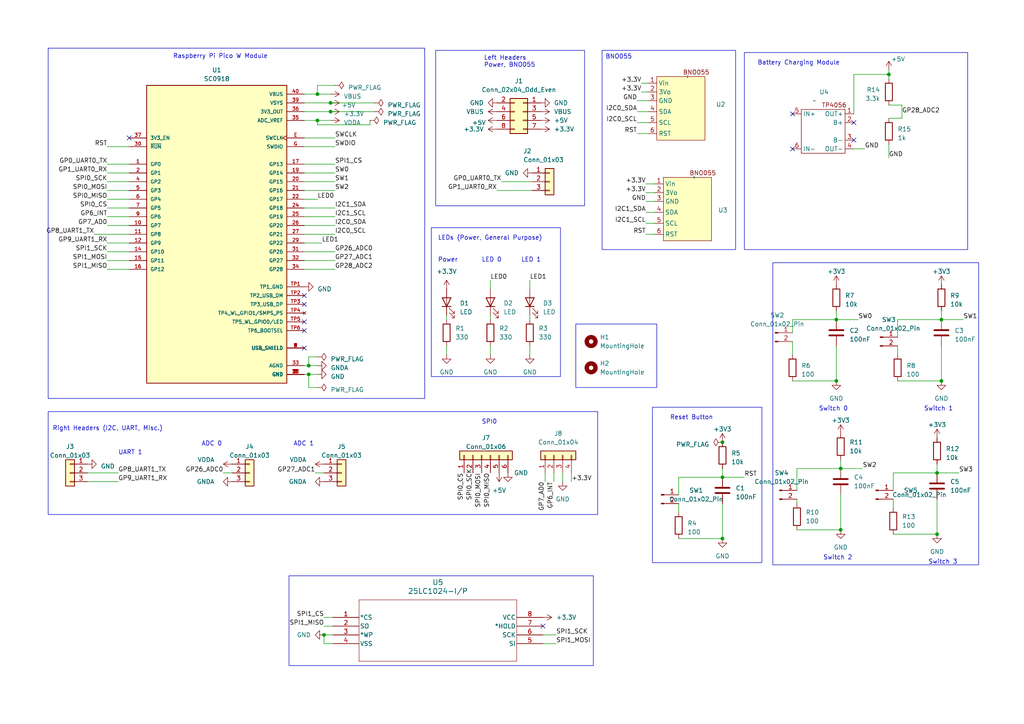
<source format=kicad_sch>
(kicad_sch (version 20230121) (generator eeschema)
  (paper "A4")
  (lib_symbols
    (symbol "2024-02-21_05-54-04:25LC1024-I_P" (pin_names (offset 0.254))
      (property "Reference" "U" (at 30.48 10.16 0))
      (property "Value" "25LC1024-I/P" (at 30.48 7.62 0))
      (symbol "25LC1024-I_P_1_1"
        (polyline (pts (xy 7.62 -12.7) (xy 53.34 -12.7)) (stroke (width 0.127)))
        (polyline (pts (xy 7.62 5.08) (xy 7.62 -12.7)) (stroke (width 0.127)))
        (polyline (pts (xy 53.34 -12.7) (xy 53.34 5.08)) (stroke (width 0.127)))
        (polyline (pts (xy 53.34 5.08) (xy 7.62 5.08)) (stroke (width 0.127)))
        (pin unspecified line (at 0 0 0) (length 7.62) (name "*CS") (number "1"))
        (pin unspecified line (at 0 -2.54 0) (length 7.62) (name "SO") (number "2"))
        (pin unspecified line (at 0 -5.08 0) (length 7.62) (name "*WP") (number "3"))
        (pin unspecified line (at 0 -7.62 0) (length 7.62) (name "VSS") (number "4"))
        (pin unspecified line (at 60.96 -7.62 180) (length 7.62) (name "SI") (number "5"))
        (pin unspecified line (at 60.96 -5.08 180) (length 7.62) (name "SCK") (number "6"))
        (pin unspecified line (at 60.96 -2.54 180) (length 7.62) (name "*HOLD") (number "7"))
        (pin unspecified line (at 60.96 0 180) (length 7.62) (name "VCC") (number "8"))
      )
    )
    (symbol "Adafruit BNO055-eagle-import:BNO055_Breakout"
      (property "Reference" "U1" (at -24.765 4.445 0))
      (symbol "BNO055_Breakout_1_1"
        (rectangle (start -31.115 1.905) (end -17.145 -16.51) (fill (type background)))
        (text "BNO055" (at -19.685 3.175 0) (effects (font (size 1.27 1.27))))
        (pin power_in line (at -33.655 0 0) (length 2.54) (name "Vin") (number "1"))
        (pin power_in line (at -33.655 -2.54 0) (length 2.54) (name "3Vo") (number "2"))
        (pin power_in line (at -33.655 -5.08 0) (length 2.54) (name "GND") (number "3"))
        (pin bidirectional line (at -33.655 -8.255 0) (length 2.54) (name "SDA") (number "4"))
        (pin bidirectional line (at -33.655 -11.43 0) (length 2.54) (name "SCL") (number "5"))
        (pin input line (at -33.655 -14.605 0) (length 2.54) (name "RST") (number "6"))
      )
    )
    (symbol "Connector:Conn_01x02_Pin" (pin_names (offset 1.016) hide)
      (property "Reference" "J" (at 0 2.54 0))
      (property "Value" "Conn_01x02_Pin" (at 0 -5.08 0))
      (symbol "Conn_01x02_Pin_1_1"
        (polyline (pts (xy 1.27 -2.54) (xy 0.8636 -2.54)) (stroke (width 0.1524)))
        (polyline (pts (xy 1.27 0) (xy 0.8636 0)) (stroke (width 0.1524)))
        (rectangle (start 0.8636 -2.413) (end 0 -2.667) (stroke (width 0.1524)) (fill (type outline)))
        (rectangle (start 0.8636 0.127) (end 0 -0.127) (stroke (width 0.1524)) (fill (type outline)))
        (pin passive line (at 5.08 0 180) (length 3.81) (name "Pin_1") (number "1"))
        (pin passive line (at 5.08 -2.54 180) (length 3.81) (name "Pin_2") (number "2"))
      )
    )
    (symbol "Connector_Generic:Conn_01x03" (pin_names (offset 1.016) hide)
      (property "Reference" "J" (at 0 5.08 0))
      (property "Value" "Conn_01x03" (at 0 -5.08 0))
      (symbol "Conn_01x03_1_1"
        (rectangle (start -1.27 -2.413) (end 0 -2.667) (stroke (width 0.1524)))
        (rectangle (start -1.27 0.127) (end 0 -0.127) (stroke (width 0.1524)))
        (rectangle (start -1.27 2.667) (end 0 2.413) (stroke (width 0.1524)))
        (rectangle (start -1.27 3.81) (end 1.27 -3.81) (stroke (width 0.254)) (fill (type background)))
        (pin passive line (at -5.08 2.54 0) (length 3.81) (name "Pin_1") (number "1"))
        (pin passive line (at -5.08 0 0) (length 3.81) (name "Pin_2") (number "2"))
        (pin passive line (at -5.08 -2.54 0) (length 3.81) (name "Pin_3") (number "3"))
      )
    )
    (symbol "Connector_Generic:Conn_01x04" (pin_names (offset 1.016) hide)
      (property "Reference" "J" (at 0 5.08 0))
      (property "Value" "Conn_01x04" (at 0 -7.62 0))
      (symbol "Conn_01x04_1_1"
        (rectangle (start -1.27 -4.953) (end 0 -5.207) (stroke (width 0.1524)))
        (rectangle (start -1.27 -2.413) (end 0 -2.667) (stroke (width 0.1524)))
        (rectangle (start -1.27 0.127) (end 0 -0.127) (stroke (width 0.1524)))
        (rectangle (start -1.27 2.667) (end 0 2.413) (stroke (width 0.1524)))
        (rectangle (start -1.27 3.81) (end 1.27 -6.35) (stroke (width 0.254)) (fill (type background)))
        (pin passive line (at -5.08 2.54 0) (length 3.81) (name "Pin_1") (number "1"))
        (pin passive line (at -5.08 0 0) (length 3.81) (name "Pin_2") (number "2"))
        (pin passive line (at -5.08 -2.54 0) (length 3.81) (name "Pin_3") (number "3"))
        (pin passive line (at -5.08 -5.08 0) (length 3.81) (name "Pin_4") (number "4"))
      )
    )
    (symbol "Connector_Generic:Conn_01x06" (pin_names (offset 1.016) hide)
      (property "Reference" "J" (at 0 7.62 0))
      (property "Value" "Conn_01x06" (at 0 -10.16 0))
      (symbol "Conn_01x06_1_1"
        (rectangle (start -1.27 -7.493) (end 0 -7.747) (stroke (width 0.1524)))
        (rectangle (start -1.27 -4.953) (end 0 -5.207) (stroke (width 0.1524)))
        (rectangle (start -1.27 -2.413) (end 0 -2.667) (stroke (width 0.1524)))
        (rectangle (start -1.27 0.127) (end 0 -0.127) (stroke (width 0.1524)))
        (rectangle (start -1.27 2.667) (end 0 2.413) (stroke (width 0.1524)))
        (rectangle (start -1.27 5.207) (end 0 4.953) (stroke (width 0.1524)))
        (rectangle (start -1.27 6.35) (end 1.27 -8.89) (stroke (width 0.254)) (fill (type background)))
        (pin passive line (at -5.08 5.08 0) (length 3.81) (name "Pin_1") (number "1"))
        (pin passive line (at -5.08 2.54 0) (length 3.81) (name "Pin_2") (number "2"))
        (pin passive line (at -5.08 0 0) (length 3.81) (name "Pin_3") (number "3"))
        (pin passive line (at -5.08 -2.54 0) (length 3.81) (name "Pin_4") (number "4"))
        (pin passive line (at -5.08 -5.08 0) (length 3.81) (name "Pin_5") (number "5"))
        (pin passive line (at -5.08 -7.62 0) (length 3.81) (name "Pin_6") (number "6"))
      )
    )
    (symbol "Connector_Generic:Conn_02x04_Odd_Even" (pin_names (offset 1.016) hide)
      (property "Reference" "J" (at 1.27 5.08 0))
      (property "Value" "Conn_02x04_Odd_Even" (at 1.27 -7.62 0))
      (symbol "Conn_02x04_Odd_Even_1_1"
        (rectangle (start -1.27 -4.953) (end 0 -5.207) (stroke (width 0.1524)))
        (rectangle (start -1.27 -2.413) (end 0 -2.667) (stroke (width 0.1524)))
        (rectangle (start -1.27 0.127) (end 0 -0.127) (stroke (width 0.1524)))
        (rectangle (start -1.27 2.667) (end 0 2.413) (stroke (width 0.1524)))
        (rectangle (start -1.27 3.81) (end 3.81 -6.35) (stroke (width 0.254)) (fill (type background)))
        (rectangle (start 3.81 -4.953) (end 2.54 -5.207) (stroke (width 0.1524)))
        (rectangle (start 3.81 -2.413) (end 2.54 -2.667) (stroke (width 0.1524)))
        (rectangle (start 3.81 0.127) (end 2.54 -0.127) (stroke (width 0.1524)))
        (rectangle (start 3.81 2.667) (end 2.54 2.413) (stroke (width 0.1524)))
        (pin passive line (at -5.08 2.54 0) (length 3.81) (name "Pin_1") (number "1"))
        (pin passive line (at 7.62 2.54 180) (length 3.81) (name "Pin_2") (number "2"))
        (pin passive line (at -5.08 0 0) (length 3.81) (name "Pin_3") (number "3"))
        (pin passive line (at 7.62 0 180) (length 3.81) (name "Pin_4") (number "4"))
        (pin passive line (at -5.08 -2.54 0) (length 3.81) (name "Pin_5") (number "5"))
        (pin passive line (at 7.62 -2.54 180) (length 3.81) (name "Pin_6") (number "6"))
        (pin passive line (at -5.08 -5.08 0) (length 3.81) (name "Pin_7") (number "7"))
        (pin passive line (at 7.62 -5.08 180) (length 3.81) (name "Pin_8") (number "8"))
      )
    )
    (symbol "Device:C" (pin_numbers hide) (pin_names (offset 0.254))
      (property "Reference" "C" (at 0.635 2.54 0))
      (property "Value" "C" (at 0.635 -2.54 0))
      (symbol "C_0_1"
        (polyline (pts (xy -2.032 -0.762) (xy 2.032 -0.762)) (stroke (width 0.508)))
        (polyline (pts (xy -2.032 0.762) (xy 2.032 0.762)) (stroke (width 0.508)))
      )
      (symbol "C_1_1"
        (pin passive line (at 0 3.81 270) (length 2.794) (name "~") (number "1"))
        (pin passive line (at 0 -3.81 90) (length 2.794) (name "~") (number "2"))
      )
    )
    (symbol "Device:LED" (pin_numbers hide) (pin_names (offset 1.016) hide)
      (property "Reference" "D" (at 0 2.54 0))
      (property "Value" "LED" (at 0 -2.54 0))
      (symbol "LED_0_1"
        (polyline (pts (xy -1.27 -1.27) (xy -1.27 1.27)) (stroke (width 0.254)))
        (polyline (pts (xy -1.27 0) (xy 1.27 0)))
        (polyline (pts (xy 1.27 -1.27) (xy 1.27 1.27) (xy -1.27 0) (xy 1.27 -1.27)) (stroke (width 0.254)))
        (polyline (pts (xy -3.048 -0.762) (xy -4.572 -2.286) (xy -3.81 -2.286) (xy -4.572 -2.286) (xy -4.572 -1.524)))
        (polyline (pts (xy -1.778 -0.762) (xy -3.302 -2.286) (xy -2.54 -2.286) (xy -3.302 -2.286) (xy -3.302 -1.524)))
      )
      (symbol "LED_1_1"
        (pin passive line (at -3.81 0 0) (length 2.54) (name "K") (number "1"))
        (pin passive line (at 3.81 0 180) (length 2.54) (name "A") (number "2"))
      )
    )
    (symbol "Device:R" (pin_numbers hide) (pin_names (offset 0))
      (property "Reference" "R" (at 2.032 0 90))
      (property "Value" "R" (at 0 0 90))
      (symbol "R_0_1"
        (rectangle (start -1.016 -2.54) (end 1.016 2.54) (stroke (width 0.254)))
      )
      (symbol "R_1_1"
        (pin passive line (at 0 3.81 270) (length 1.27) (name "~") (number "1"))
        (pin passive line (at 0 -3.81 90) (length 1.27) (name "~") (number "2"))
      )
    )
    (symbol "Mechanical:MountingHole" (pin_names (offset 1.016))
      (property "Reference" "H" (at 0 5.08 0))
      (property "Value" "MountingHole" (at 0 3.175 0))
      (symbol "MountingHole_0_1"
        (circle (center 0 0) (radius 1.27) (stroke (width 1.27)))
      )
    )
    (symbol "SC0918:SC0918" (pin_names (offset 1.016))
      (property "Reference" "U" (at -20.32 43.942 0))
      (property "Value" "SC0918" (at -20.32 -45.72 0))
      (symbol "SC0918_0_0"
        (rectangle (start -20.32 -43.18) (end 20.32 43.18) (stroke (width 0.254)) (fill (type background)))
        (pin bidirectional line (at -25.4 20.32 0) (length 5.08) (name "GP0") (number "1"))
        (pin bidirectional line (at -25.4 2.54 0) (length 5.08) (name "GP7") (number "10"))
        (pin bidirectional line (at -25.4 0 0) (length 5.08) (name "GP8") (number "11"))
        (pin bidirectional line (at -25.4 -2.54 0) (length 5.08) (name "GP9") (number "12"))
        (pin power_in line (at 25.4 -40.64 180) (length 5.08) (name "GND") (number "13"))
        (pin bidirectional line (at -25.4 -5.08 0) (length 5.08) (name "GP10") (number "14"))
        (pin bidirectional line (at -25.4 -7.62 0) (length 5.08) (name "GP11") (number "15"))
        (pin bidirectional line (at -25.4 -10.16 0) (length 5.08) (name "GP12") (number "16"))
        (pin bidirectional line (at 25.4 20.32 180) (length 5.08) (name "GP13") (number "17"))
        (pin power_in line (at 25.4 -40.64 180) (length 5.08) (name "GND") (number "18"))
        (pin bidirectional line (at 25.4 17.78 180) (length 5.08) (name "GP14") (number "19"))
        (pin bidirectional line (at -25.4 17.78 0) (length 5.08) (name "GP1") (number "2"))
        (pin bidirectional line (at 25.4 15.24 180) (length 5.08) (name "GP15") (number "20"))
        (pin bidirectional line (at 25.4 12.7 180) (length 5.08) (name "GP16") (number "21"))
        (pin bidirectional line (at 25.4 10.16 180) (length 5.08) (name "GP17") (number "22"))
        (pin power_in line (at 25.4 -40.64 180) (length 5.08) (name "GND") (number "23"))
        (pin bidirectional line (at 25.4 7.62 180) (length 5.08) (name "GP18") (number "24"))
        (pin bidirectional line (at 25.4 5.08 180) (length 5.08) (name "GP19") (number "25"))
        (pin bidirectional line (at 25.4 2.54 180) (length 5.08) (name "GP20") (number "26"))
        (pin bidirectional line (at 25.4 0 180) (length 5.08) (name "GP21") (number "27"))
        (pin power_in line (at 25.4 -40.64 180) (length 5.08) (name "GND") (number "28"))
        (pin bidirectional line (at 25.4 -2.54 180) (length 5.08) (name "GP22") (number "29"))
        (pin power_in line (at 25.4 -40.64 180) (length 5.08) (name "GND") (number "3"))
        (pin input line (at -25.4 25.4 0) (length 5.08) (name "~{RUN}") (number "30"))
        (pin bidirectional line (at 25.4 -5.08 180) (length 5.08) (name "GP26") (number "31"))
        (pin bidirectional line (at 25.4 -7.62 180) (length 5.08) (name "GP27") (number "32"))
        (pin power_in line (at 25.4 -38.1 180) (length 5.08) (name "AGND") (number "33"))
        (pin bidirectional line (at 25.4 -10.16 180) (length 5.08) (name "GP28") (number "34"))
        (pin power_in line (at 25.4 33.02 180) (length 5.08) (name "ADC_VREF") (number "35"))
        (pin power_in line (at 25.4 35.56 180) (length 5.08) (name "3V3_OUT") (number "36"))
        (pin input line (at -25.4 27.94 0) (length 5.08) (name "3V3_EN") (number "37"))
        (pin power_in line (at 25.4 -40.64 180) (length 5.08) (name "GND") (number "38"))
        (pin power_in line (at 25.4 38.1 180) (length 5.08) (name "VSYS") (number "39"))
        (pin bidirectional line (at -25.4 15.24 0) (length 5.08) (name "GP2") (number "4"))
        (pin power_in line (at 25.4 40.64 180) (length 5.08) (name "VBUS") (number "40"))
        (pin bidirectional line (at -25.4 12.7 0) (length 5.08) (name "GP3") (number "5"))
        (pin bidirectional line (at -25.4 10.16 0) (length 5.08) (name "GP4") (number "6"))
        (pin bidirectional line (at -25.4 7.62 0) (length 5.08) (name "GP5") (number "7"))
        (pin power_in line (at 25.4 -40.64 180) (length 5.08) (name "GND") (number "8"))
        (pin bidirectional line (at -25.4 5.08 0) (length 5.08) (name "GP6") (number "9"))
        (pin power_in line (at 25.4 -33.02 180) (length 5.08) (name "USB_SHIELD") (number "A"))
        (pin power_in line (at 25.4 -33.02 180) (length 5.08) (name "USB_SHIELD") (number "B"))
        (pin power_in line (at 25.4 -33.02 180) (length 5.08) (name "USB_SHIELD") (number "C"))
        (pin power_in line (at 25.4 -33.02 180) (length 5.08) (name "USB_SHIELD") (number "D"))
        (pin input clock (at 25.4 27.94 180) (length 5.08) (name "SWCLK") (number "E"))
        (pin power_in line (at 25.4 -40.64 180) (length 5.08) (name "GND") (number "F"))
        (pin bidirectional line (at 25.4 25.4 180) (length 5.08) (name "SWDIO") (number "G"))
        (pin power_in line (at 25.4 -15.24 180) (length 5.08) (name "TP1_GND") (number "TP1"))
        (pin bidirectional line (at 25.4 -17.78 180) (length 5.08) (name "TP2_USB_DM") (number "TP2"))
        (pin bidirectional line (at 25.4 -20.32 180) (length 5.08) (name "TP3_USB_DP") (number "TP3"))
        (pin no_connect line (at 25.4 -22.86 180) (length 5.08) (name "TP4_WL_GPIO1/SMPS_PS") (number "TP4"))
        (pin output line (at 25.4 -25.4 180) (length 5.08) (name "TP5_WL_GPIO0/LED") (number "TP5"))
        (pin input line (at 25.4 -27.94 180) (length 5.08) (name "TP6_BOOTSEL") (number "TP6"))
      )
    )
    (symbol "TP4056:TP4056"
      (property "Reference" "U" (at 0 0 0))
      (symbol "TP4056_0_1"
        (rectangle (start -3.81 -2.54) (end 8.89 -15.24))
      )
      (symbol "TP4056_1_1"
        (text "TP4056" (at 5.715 -1.27 0) (effects (font (size 1.27 1.27))))
        (pin power_in line (at 11.43 -3.81 180) (length 2.54) (name "OUT+") (number "1"))
        (pin power_in line (at 11.43 -6.35 180) (length 2.54) (name "B+") (number "2"))
        (pin power_out line (at 11.43 -11.43 180) (length 2.54) (name "B-") (number "3"))
        (pin power_in line (at 11.43 -13.97 180) (length 2.54) (name "OUT-") (number "4"))
        (pin input line (at -6.35 -3.81 0) (length 2.54) (name "IN+") (number "5"))
        (pin input line (at -6.35 -13.97 0) (length 2.54) (name "IN-") (number "6"))
      )
    )
    (symbol "power:+3.3V" (power) (pin_names (offset 0))
      (property "Value" "+3.3V" (at 0 3.556 0))
      (symbol "+3.3V_0_1"
        (polyline (pts (xy -0.762 1.27) (xy 0 2.54)))
        (polyline (pts (xy 0 0) (xy 0 2.54)))
        (polyline (pts (xy 0 2.54) (xy 0.762 1.27)))
      )
      (symbol "+3.3V_1_1"
        (pin power_in line (at 0 0 90) (length 0) hide (name "+3.3V") (number "1"))
      )
    )
    (symbol "power:+3V3" (power) (pin_names (offset 0))
      (property "Value" "+3V3" (at 0 3.556 0))
      (symbol "+3V3_0_1"
        (polyline (pts (xy -0.762 1.27) (xy 0 2.54)))
        (polyline (pts (xy 0 0) (xy 0 2.54)))
        (polyline (pts (xy 0 2.54) (xy 0.762 1.27)))
      )
      (symbol "+3V3_1_1"
        (pin power_in line (at 0 0 90) (length 0) hide (name "+3V3") (number "1"))
      )
    )
    (symbol "power:+5V" (power) (pin_names (offset 0))
      (property "Value" "+5V" (at 0 3.556 0))
      (symbol "+5V_0_1"
        (polyline (pts (xy -0.762 1.27) (xy 0 2.54)))
        (polyline (pts (xy 0 0) (xy 0 2.54)))
        (polyline (pts (xy 0 2.54) (xy 0.762 1.27)))
      )
      (symbol "+5V_1_1"
        (pin power_in line (at 0 0 90) (length 0) hide (name "+5V") (number "1"))
      )
    )
    (symbol "power:GND" (power) (pin_names (offset 0))
      (property "Value" "GND" (at 0 -3.81 0))
      (symbol "GND_0_1"
        (polyline (pts (xy 0 0) (xy 0 -1.27) (xy 1.27 -1.27) (xy 0 -2.54) (xy -1.27 -1.27) (xy 0 -1.27)))
      )
      (symbol "GND_1_1"
        (pin power_in line (at 0 0 270) (length 0) hide (name "GND") (number "1"))
      )
    )
    (symbol "power:GNDA" (power) (pin_names (offset 0))
      (property "Value" "GNDA" (at 0 -3.81 0))
      (symbol "GNDA_0_1"
        (polyline (pts (xy 0 0) (xy 0 -1.27) (xy 1.27 -1.27) (xy 0 -2.54) (xy -1.27 -1.27) (xy 0 -1.27)))
      )
      (symbol "GNDA_1_1"
        (pin power_in line (at 0 0 270) (length 0) hide (name "GNDA") (number "1"))
      )
    )
    (symbol "power:PWR_FLAG" (power) (pin_numbers hide) (pin_names (offset 0) hide)
      (property "Value" "PWR_FLAG" (at 0 3.81 0))
      (symbol "PWR_FLAG_0_0"
        (pin power_out line (at 0 0 90) (length 0) (name "pwr") (number "1"))
      )
      (symbol "PWR_FLAG_0_1"
        (polyline (pts (xy 0 0) (xy 0 1.27) (xy -1.016 1.905) (xy 0 2.54) (xy 1.016 1.905) (xy 0 1.27)))
      )
    )
    (symbol "power:VBUS" (power) (pin_names (offset 0))
      (property "Value" "VBUS" (at 0 3.81 0))
      (symbol "VBUS_0_1"
        (polyline (pts (xy -0.762 1.27) (xy 0 2.54)))
        (polyline (pts (xy 0 0) (xy 0 2.54)))
        (polyline (pts (xy 0 2.54) (xy 0.762 1.27)))
      )
      (symbol "VBUS_1_1"
        (pin power_in line (at 0 0 90) (length 0) hide (name "VBUS") (number "1"))
      )
    )
    (symbol "power:VDDA" (power) (pin_names (offset 0))
      (property "Value" "VDDA" (at 0 3.81 0))
      (symbol "VDDA_0_1"
        (polyline (pts (xy -0.762 1.27) (xy 0 2.54)))
        (polyline (pts (xy 0 0) (xy 0 2.54)))
        (polyline (pts (xy 0 2.54) (xy 0.762 1.27)))
      )
      (symbol "VDDA_1_1"
        (pin power_in line (at 0 0 90) (length 0) hide (name "VDDA") (number "1"))
      )
    )
  )
  (junction (at 95.885 32.385))
  (junction (at 92.075 34.925))
  (junction (at 95.885 29.845))
  (junction (at 209.55 128.27))
  (junction (at 273.05 92.71))
  (junction (at 242.57 92.71))
  (junction (at 92.075 27.305))
  (junction (at 89.535 106.045))
  (junction (at 209.55 156.21))
  (junction (at 243.84 153.67))
  (junction (at 271.78 137.16))
  (junction (at 242.57 110.49))
  (junction (at 89.535 108.585))
  (junction (at 243.84 135.89))
  (junction (at 209.55 138.43))
  (junction (at 93.98 184.15))
  (junction (at 271.78 154.94))
  (junction (at 273.05 110.49))
  (junction (at 257.81 21.59))
  (no_connect (at 157.48 181.61))
  (no_connect (at 247.65 40.64))
  (no_connect (at 229.87 33.02))
  (no_connect (at 88.265 85.725))
  (no_connect (at 247.65 35.56))
  (no_connect (at 88.265 93.345))
  (no_connect (at 88.265 100.965))
  (no_connect (at 88.265 95.885))
  (no_connect (at 229.87 43.18))
  (no_connect (at 88.265 88.265))
  (no_connect (at 37.465 40.005))
  (wire (pts (xy 187.325 61.595) (xy 189.865 61.595)))
  (wire (pts (xy 273.05 92.71) (xy 279.4 92.71)))
  (wire (pts (xy 31.115 70.485) (xy 37.465 70.485)))
  (wire (pts (xy 88.265 57.785) (xy 92.075 57.785)))
  (wire (pts (xy 261.62 30.48) (xy 261.62 34.29)))
  (wire (pts (xy 88.265 34.925) (xy 92.075 34.925)))
  (wire (pts (xy 247.65 43.18) (xy 250.825 43.18)))
  (wire (pts (xy 88.265 106.045) (xy 89.535 106.045)))
  (wire (pts (xy 142.24 81.28) (xy 142.24 83.82)))
  (wire (pts (xy 260.35 92.71) (xy 273.05 92.71)))
  (wire (pts (xy 137.16 135.89) (xy 137.16 137.16)))
  (wire (pts (xy 142.24 100.33) (xy 142.24 102.87)))
  (wire (pts (xy 144.145 55.245) (xy 154.305 55.245)))
  (wire (pts (xy 184.785 32.385) (xy 187.96 32.385)))
  (wire (pts (xy 186.055 26.67) (xy 187.96 26.67)))
  (wire (pts (xy 31.115 52.705) (xy 37.465 52.705)))
  (wire (pts (xy 92.075 36.195) (xy 107.315 36.195)))
  (wire (pts (xy 31.115 60.325) (xy 37.465 60.325)))
  (wire (pts (xy 260.35 100.33) (xy 260.35 102.87)))
  (wire (pts (xy 89.535 108.585) (xy 92.075 108.585)))
  (wire (pts (xy 271.78 144.78) (xy 271.78 154.94)))
  (wire (pts (xy 153.67 91.44) (xy 153.67 92.71)))
  (wire (pts (xy 88.265 60.325) (xy 97.155 60.325)))
  (wire (pts (xy 153.67 81.28) (xy 153.67 83.82)))
  (wire (pts (xy 92.075 24.765) (xy 92.075 27.305)))
  (wire (pts (xy 160.655 137.16) (xy 160.655 139.7)))
  (wire (pts (xy 31.115 78.105) (xy 37.465 78.105)))
  (wire (pts (xy 95.885 32.385) (xy 108.585 32.385)))
  (wire (pts (xy 158.115 137.16) (xy 158.115 139.7)))
  (wire (pts (xy 196.85 138.43) (xy 196.85 143.51)))
  (wire (pts (xy 88.265 27.305) (xy 92.075 27.305)))
  (wire (pts (xy 64.77 137.16) (xy 67.31 137.16)))
  (wire (pts (xy 88.265 75.565) (xy 97.155 75.565)))
  (wire (pts (xy 95.885 29.845) (xy 108.585 29.845)))
  (wire (pts (xy 243.84 135.89) (xy 250.19 135.89)))
  (wire (pts (xy 89.535 103.505) (xy 89.535 106.045)))
  (wire (pts (xy 88.265 67.945) (xy 97.155 67.945)))
  (wire (pts (xy 92.075 34.925) (xy 92.075 36.195)))
  (wire (pts (xy 257.81 34.29) (xy 261.62 34.29)))
  (wire (pts (xy 88.265 62.865) (xy 97.155 62.865)))
  (wire (pts (xy 153.67 100.33) (xy 153.67 102.87)))
  (wire (pts (xy 209.55 138.43) (xy 215.9 138.43)))
  (wire (pts (xy 129.54 100.33) (xy 129.54 102.87)))
  (wire (pts (xy 88.265 52.705) (xy 97.155 52.705)))
  (wire (pts (xy 89.535 108.585) (xy 89.535 112.395)))
  (wire (pts (xy 229.87 99.06) (xy 229.87 102.87)))
  (wire (pts (xy 31.115 50.165) (xy 37.465 50.165)))
  (wire (pts (xy 257.81 20.32) (xy 257.81 21.59)))
  (wire (pts (xy 93.98 184.15) (xy 93.98 186.69)))
  (wire (pts (xy 231.14 135.89) (xy 243.84 135.89)))
  (wire (pts (xy 271.78 134.62) (xy 271.78 137.16)))
  (wire (pts (xy 187.325 64.77) (xy 189.865 64.77)))
  (wire (pts (xy 88.265 40.005) (xy 97.155 40.005)))
  (wire (pts (xy 31.115 75.565) (xy 37.465 75.565)))
  (wire (pts (xy 243.84 133.35) (xy 243.84 135.89)))
  (wire (pts (xy 273.05 100.33) (xy 273.05 110.49)))
  (wire (pts (xy 184.785 29.21) (xy 187.96 29.21)))
  (wire (pts (xy 229.87 110.49) (xy 242.57 110.49)))
  (wire (pts (xy 93.98 181.61) (xy 96.52 181.61)))
  (wire (pts (xy 97.155 24.765) (xy 92.075 24.765)))
  (wire (pts (xy 25.4 139.7) (xy 34.29 139.7)))
  (wire (pts (xy 247.65 33.02) (xy 247.65 21.59)))
  (wire (pts (xy 142.24 91.44) (xy 142.24 92.71)))
  (wire (pts (xy 242.57 92.71) (xy 248.92 92.71)))
  (wire (pts (xy 31.115 65.405) (xy 37.465 65.405)))
  (wire (pts (xy 31.115 73.025) (xy 37.465 73.025)))
  (wire (pts (xy 88.265 47.625) (xy 97.155 47.625)))
  (wire (pts (xy 259.08 144.78) (xy 259.08 147.32)))
  (wire (pts (xy 157.48 186.69) (xy 161.29 186.69)))
  (wire (pts (xy 243.84 143.51) (xy 243.84 153.67)))
  (wire (pts (xy 88.265 32.385) (xy 95.885 32.385)))
  (wire (pts (xy 184.785 35.56) (xy 187.96 35.56)))
  (wire (pts (xy 88.265 65.405) (xy 97.155 65.405)))
  (wire (pts (xy 187.325 53.34) (xy 189.865 53.34)))
  (wire (pts (xy 93.98 179.07) (xy 96.52 179.07)))
  (wire (pts (xy 247.65 21.59) (xy 257.81 21.59)))
  (wire (pts (xy 31.115 57.785) (xy 37.465 57.785)))
  (wire (pts (xy 93.98 186.69) (xy 96.52 186.69)))
  (wire (pts (xy 187.325 67.945) (xy 189.865 67.945)))
  (wire (pts (xy 184.785 38.735) (xy 187.96 38.735)))
  (wire (pts (xy 92.075 27.305) (xy 95.885 27.305)))
  (wire (pts (xy 242.57 90.17) (xy 242.57 92.71)))
  (wire (pts (xy 107.315 36.195) (xy 107.315 34.925)))
  (wire (pts (xy 88.265 108.585) (xy 89.535 108.585)))
  (wire (pts (xy 31.115 42.545) (xy 37.465 42.545)))
  (wire (pts (xy 196.85 156.21) (xy 209.55 156.21)))
  (wire (pts (xy 231.14 144.78) (xy 231.14 146.05)))
  (wire (pts (xy 88.265 70.485) (xy 93.345 70.485)))
  (wire (pts (xy 163.195 137.16) (xy 163.195 139.7)))
  (wire (pts (xy 196.85 138.43) (xy 209.55 138.43)))
  (wire (pts (xy 187.325 58.42) (xy 189.865 58.42)))
  (wire (pts (xy 260.35 92.71) (xy 260.35 97.79)))
  (wire (pts (xy 88.265 78.105) (xy 97.155 78.105)))
  (wire (pts (xy 27.305 67.945) (xy 37.465 67.945)))
  (wire (pts (xy 231.14 153.67) (xy 243.84 153.67)))
  (wire (pts (xy 93.98 184.15) (xy 96.52 184.15)))
  (wire (pts (xy 259.08 154.94) (xy 271.78 154.94)))
  (wire (pts (xy 31.115 62.865) (xy 37.465 62.865)))
  (wire (pts (xy 257.81 30.48) (xy 261.62 30.48)))
  (wire (pts (xy 31.115 47.625) (xy 37.465 47.625)))
  (wire (pts (xy 157.48 184.15) (xy 161.29 184.15)))
  (wire (pts (xy 209.55 146.05) (xy 209.55 156.21)))
  (wire (pts (xy 165.735 137.16) (xy 165.735 139.7)))
  (wire (pts (xy 271.78 137.16) (xy 278.13 137.16)))
  (wire (pts (xy 88.265 50.165) (xy 97.155 50.165)))
  (wire (pts (xy 186.055 24.13) (xy 187.96 24.13)))
  (wire (pts (xy 260.35 110.49) (xy 273.05 110.49)))
  (wire (pts (xy 259.08 137.16) (xy 259.08 142.24)))
  (wire (pts (xy 209.55 135.89) (xy 209.55 138.43)))
  (wire (pts (xy 229.87 92.71) (xy 242.57 92.71)))
  (wire (pts (xy 92.075 34.925) (xy 95.885 34.925)))
  (wire (pts (xy 89.535 106.045) (xy 92.075 106.045)))
  (wire (pts (xy 231.14 135.89) (xy 231.14 142.24)))
  (wire (pts (xy 91.44 137.16) (xy 93.98 137.16)))
  (wire (pts (xy 88.265 73.025) (xy 97.155 73.025)))
  (wire (pts (xy 259.08 137.16) (xy 271.78 137.16)))
  (wire (pts (xy 273.05 90.17) (xy 273.05 92.71)))
  (wire (pts (xy 25.4 137.16) (xy 34.29 137.16)))
  (wire (pts (xy 257.81 21.59) (xy 257.81 22.86)))
  (wire (pts (xy 89.535 112.395) (xy 92.075 112.395)))
  (wire (pts (xy 242.57 100.33) (xy 242.57 110.49)))
  (wire (pts (xy 187.325 55.88) (xy 189.865 55.88)))
  (wire (pts (xy 257.81 41.91) (xy 257.81 45.72)))
  (wire (pts (xy 88.265 29.845) (xy 95.885 29.845)))
  (wire (pts (xy 88.265 55.245) (xy 97.155 55.245)))
  (wire (pts (xy 129.54 91.44) (xy 129.54 92.71)))
  (wire (pts (xy 196.85 146.05) (xy 196.85 148.59)))
  (wire (pts (xy 92.075 103.505) (xy 89.535 103.505)))
  (wire (pts (xy 31.115 55.245) (xy 37.465 55.245)))
  (wire (pts (xy 145.415 52.705) (xy 154.305 52.705)))
  (wire (pts (xy 88.265 42.545) (xy 97.155 42.545)))
  (wire (pts (xy 229.87 92.71) (xy 229.87 96.52)))
  (rectangle (start 215.9 15.24) (end 280.67 72.39))
  (text_box "" (at 83.82 167.005 0) (size 88.265 26.035) (effects (font (size 1.27 1.27)) (justify left top)))
  (text_box "" (at 126.365 14.605 0) (size 43.18 45.085) (effects (font (size 1.27 1.27)) (justify left top)))
  (text_box "" (at 125.095 66.04 0) (size 37.465 43.18) (effects (font (size 1.27 1.27)) (justify left top)))
  (text_box "" (at 189.23 118.11 0) (size 31.75 45.085) (effects (font (size 1.27 1.27)) (justify left top)))
  (text_box "" (at 13.97 13.97 0) (size 109.22 101.6) (effects (font (size 1.27 1.27)) (justify left top)))
  (text_box "" (at 13.97 119.38 0) (size 159.385 29.845) (effects (font (size 1.27 1.27)) (justify left top)))
  (text_box "" (at 224.155 76.2 0) (size 59.69 87.63) (effects (font (size 1.27 1.27)) (justify left top)))
  (text_box "" (at 167.005 93.98 0) (size 23.495 18.415) (effects (font (size 1.27 1.27)) (justify left top)))
  (text_box "BNO055" (at 174.625 14.605 0) (size 38.735 57.785) (effects (font (size 1.27 1.27)) (justify left top)))
  (text "Battery Charging Module" (at 219.71 19.05 0) (effects (font (size 1.27 1.27)) (justify left bottom)))
  (text "Switch 0" (at 237.49 119.38 0) (effects (font (size 1.27 1.27)) (justify left bottom)))
  (text "Switch 1" (at 267.97 119.38 0) (effects (font (size 1.27 1.27)) (justify left bottom)))
  (text "LED 0" (at 139.7 76.2 0) (effects (font (size 1.27 1.27)) (justify left bottom)))
  (text "Power" (at 127 76.2 0) (effects (font (size 1.27 1.27)) (justify left bottom)))
  (text "SPI0" (at 139.7 123.19 0) (effects (font (size 1.27 1.27)) (justify left bottom)))
  (text "Raspberry Pi Pico W Module" (at 50.165 17.145 0) (effects (font (size 1.27 1.27)) (justify left bottom)))
  (text "Left Headers\nPower, BNO055" (at 140.335 19.685 0) (effects (font (size 1.27 1.27)) (justify left bottom)))
  (text "UART 1" (at 34.29 132.08 0) (effects (font (size 1.27 1.27)) (justify left bottom)))
  (text "LEDs (Power, General Purpose)" (at 127 69.85 0) (effects (font (size 1.27 1.27)) (justify left bottom)))
  (text "ADC 1" (at 85.09 129.54 0) (effects (font (size 1.27 1.27)) (justify left bottom)))
  (text "Switch 2" (at 238.76 162.56 0) (effects (font (size 1.27 1.27)) (justify left bottom)))
  (text "Switch 3\n" (at 269.24 163.83 0) (effects (font (size 1.27 1.27)) (justify left bottom)))
  (text "LED 1" (at 151.13 76.2 0) (effects (font (size 1.27 1.27)) (justify left bottom)))
  (text "Reset Button" (at 194.31 121.92 0) (effects (font (size 1.27 1.27)) (justify left bottom)))
  (text "Right Headers (I2C, UART, Misc.)" (at 15.24 125.095 0) (effects (font (size 1.27 1.27)) (justify left bottom)))
  (text "ADC 0" (at 58.42 129.54 0) (effects (font (size 1.27 1.27)) (justify left bottom)))
  (label "GND" (at 184.785 29.21 180))
  (label "SPI1_CS" (at 93.98 179.07 180))
  (label "SW0" (at 97.155 50.165 0))
  (label "GP26_ADC0" (at 97.155 73.025 0))
  (label "SW2" (at 250.19 135.89 0))
  (label "LED1" (at 93.345 70.485 0))
  (label "I2C0_SCL" (at 184.785 35.56 180))
  (label "GP7_AD0" (at 31.115 65.405 180))
  (label "SPI0_MOSI" (at 139.7 137.16 270))
  (label "GND" (at 257.81 45.72 0))
  (label "GP1_UART0_RX" (at 144.145 55.245 180))
  (label "SW3" (at 278.13 137.16 0))
  (label "GND" (at 250.825 43.18 0))
  (label "GP1_UART0_RX" (at 31.115 50.165 180))
  (label "I2C1_SCL" (at 187.325 64.77 180))
  (label "SPI0_MOSI" (at 31.115 55.245 180))
  (label "LED0" (at 92.075 57.785 0))
  (label "SPI1_MOSI" (at 161.29 186.69 0))
  (label "GP0_UART0_TX" (at 145.415 52.705 180))
  (label "+3.3V" (at 187.325 55.88 180))
  (label "SWDIO" (at 97.155 42.545 0))
  (label "I2C0_SCL" (at 97.155 67.945 0))
  (label "LED1" (at 153.67 81.28 0))
  (label "RST" (at 215.9 138.43 0))
  (label "SPI0_SCK" (at 137.16 135.89 270))
  (label "SW0" (at 248.92 92.71 0))
  (label "RST" (at 31.115 42.545 180))
  (label "SPI1_MOSI" (at 31.115 75.565 180))
  (label "SPI1_SCK" (at 31.115 73.025 180))
  (label "I2C1_SDA" (at 97.155 60.325 0))
  (label "+3.3V" (at 187.325 53.34 180))
  (label "GND" (at 187.325 58.42 180))
  (label "+3.3V" (at 186.055 24.13 180))
  (label "I2C0_SDA" (at 97.155 65.405 0))
  (label "GP8_UART1_TX" (at 27.305 67.945 180))
  (label "SPI1_CS" (at 97.155 47.625 0))
  (label "I2C0_SDA" (at 184.785 32.385 180))
  (label "SW1" (at 279.4 92.71 0))
  (label "GP7_AD0" (at 158.115 139.7 270))
  (label "SW2" (at 97.155 55.245 0))
  (label "RST" (at 184.785 38.735 180))
  (label "SPI0_MISO" (at 31.115 57.785 180))
  (label "SPI1_MISO" (at 31.115 78.105 180))
  (label "I2C1_SDA" (at 187.325 61.595 180))
  (label "+3.3V" (at 165.735 139.7 0))
  (label "SWCLK" (at 97.155 40.005 0))
  (label "GP6_INT" (at 31.115 62.865 180))
  (label "SPI0_SCK" (at 31.115 52.705 180))
  (label "GP27_ADC1" (at 97.155 75.565 0))
  (label "SPI0_MISO" (at 142.24 137.16 270))
  (label "GP9_UART1_RX" (at 34.29 139.7 0))
  (label "GP26_ADC0" (at 64.77 137.16 180))
  (label "SPI0_CS" (at 134.62 137.16 270))
  (label "LED0" (at 142.24 81.28 0))
  (label "GP6_INT" (at 160.655 139.7 270))
  (label "GP9_UART1_RX" (at 31.115 70.485 180))
  (label "SPI0_CS" (at 31.115 60.325 180))
  (label "SW1" (at 97.155 52.705 0))
  (label "GP28_ADC2" (at 261.62 33.02 0))
  (label "GP27_ADC1" (at 91.44 137.16 180))
  (label "RST" (at 187.325 67.945 180))
  (label "GP28_ADC2" (at 97.155 78.105 0))
  (label "I2C1_SCL" (at 97.155 62.865 0))
  (label "GP8_UART1_TX" (at 34.29 137.16 0))
  (label "GP0_UART0_TX" (at 31.115 47.625 180))
  (label "SPI1_MISO" (at 93.98 181.61 180))
  (label "SPI1_SCK" (at 161.29 184.15 0))
  (label "+3.3V" (at 186.055 26.67 180))
  (symbol (lib_id "power:PWR_FLAG") (at 97.155 24.765 270) (unit 1)
    (property "Reference" "#FLG03" (effects hide))
    (property "Value" "PWR_FLAG" (at 100.965 25.4 90) (effects (justify left)))
  )
  (symbol (lib_id "Connector_Generic:Conn_01x03") (at 20.32 137.16 0) (mirror y) (unit 1)
    (property "Reference" "J3" (at 20.32 129.54 0))
    (property "Value" "Conn_01x03" (at 20.32 132.08 0))
    (property "Footprint" "Connector_PinHeader_2.54mm:PinHeader_1x03_P2.54mm_Vertical" (effects hide))
  )
  (symbol (lib_id "Device:R") (at 153.67 96.52 0) (unit 1)
    (property "Reference" "R3" (at 156.21 95.25 0) (effects (justify left)))
    (property "Value" "330" (at 156.21 97.79 0) (effects (justify left)))
    (property "Footprint" "Resistor_THT:R_Axial_DIN0204_L3.6mm_D1.6mm_P1.90mm_Vertical" (effects hide))
  )
  (symbol (lib_id "power:+3.3V") (at 129.54 83.82 0) (unit 1)
    (property "Reference" "#PWR017" (effects hide))
    (property "Value" "+3.3V" (at 129.54 78.74 0))
  )
  (symbol (lib_id "Device:C") (at 273.05 96.52 0) (unit 1)
    (property "Reference" "C3" (at 276.86 95.885 0) (effects (justify left)))
    (property "Value" "100nF" (at 276.86 98.425 0) (effects (justify left)))
    (property "Footprint" "Capacitor_THT:CP_Radial_D4.0mm_P1.50mm" (effects hide))
  )
  (symbol (lib_id "Device:R") (at 259.08 151.13 0) (unit 1)
    (property "Reference" "R13" (at 261.62 149.86 0) (effects (justify left)))
    (property "Value" "100" (at 261.62 152.4 0) (effects (justify left)))
    (property "Footprint" "Resistor_THT:R_Axial_DIN0204_L3.6mm_D1.6mm_P1.90mm_Vertical" (effects hide))
  )
  (symbol (lib_id "power:+3.3V") (at 95.885 32.385 270) (unit 1)
    (property "Reference" "#PWR06" (effects hide))
    (property "Value" "+3.3V" (at 99.695 33.02 90) (effects (justify left)))
  )
  (symbol (lib_id "power:GND") (at 163.195 139.7 0) (unit 1)
    (property "Reference" "#PWR031" (effects hide))
    (property "Value" "GND" (at 163.195 144.78 0))
  )
  (symbol (lib_id "Device:LED") (at 142.24 87.63 90) (unit 1)
    (property "Reference" "D2" (at 146.05 87.9475 90) (effects (justify right)))
    (property "Value" "LED" (at 146.05 90.4875 90) (effects (justify right)))
    (property "Footprint" "LED_THT:LED_D5.0mm" (effects hide))
  )
  (symbol (lib_id "power:GNDA") (at 93.98 139.7 270) (unit 1)
    (property "Reference" "#PWR042" (effects hide))
    (property "Value" "GNDA" (at 88.9 139.7 90) (effects (justify right)))
  )
  (symbol (lib_id "power:+5V") (at 95.885 29.845 270) (unit 1)
    (property "Reference" "#PWR05" (effects hide))
    (property "Value" "VSYS" (at 99.06 30.48 90) (effects (justify left)))
  )
  (symbol (lib_id "power:PWR_FLAG") (at 108.585 32.385 270) (unit 1)
    (property "Reference" "#FLG06" (effects hide))
    (property "Value" "PWR_FLAG" (at 112.395 33.02 90) (effects (justify left)))
  )
  (symbol (lib_id "power:+5V") (at 144.78 137.16 180) (unit 1)
    (property "Reference" "#PWR045" (effects hide))
    (property "Value" "+5V" (at 144.78 142.24 0))
  )
  (symbol (lib_id "power:+3V3") (at 242.57 82.55 0) (unit 1)
    (property "Reference" "#PWR023" (effects hide))
    (property "Value" "+3V3" (at 242.57 78.74 0))
  )
  (symbol (lib_id "power:VBUS") (at 95.885 27.305 270) (unit 1)
    (property "Reference" "#PWR04" (effects hide))
    (property "Value" "VBUS" (at 99.695 27.94 90) (effects (justify left)))
  )
  (symbol (lib_id "power:VDDA") (at 67.31 134.62 90) (unit 1)
    (property "Reference" "#PWR039" (effects hide))
    (property "Value" "VDDA" (at 62.23 133.35 90) (effects (justify left)))
  )
  (symbol (lib_id "Connector:Conn_01x02_Pin") (at 255.27 97.79 0) (unit 1)
    (property "Reference" "SW3" (at 257.81 92.71 0))
    (property "Value" "Conn_01x02_Pin" (at 259.08 95.25 0))
    (property "Footprint" "Connector_PinHeader_2.54mm:PinHeader_1x02_P2.54mm_Vertical" (effects hide))
  )
  (symbol (lib_id "power:+5V") (at 144.145 34.925 90) (unit 1)
    (property "Reference" "#PWR012" (effects hide))
    (property "Value" "VSYS" (at 140.97 35.56 90) (effects (justify left)))
  )
  (symbol (lib_id "TP4056:TP4056") (at 236.22 29.21 0) (unit 1)
    (property "Reference" "U4" (at 238.997 26.67 0))
    (property "Value" "~" (at 236.22 29.21 0))
    (property "Footprint" "TP4056:TP4056-18650" (effects hide))
  )
  (symbol (lib_id "power:GND") (at 153.67 102.87 0) (unit 1)
    (property "Reference" "#PWR020" (effects hide))
    (property "Value" "GND" (at 153.67 107.95 0))
  )
  (symbol (lib_id "Device:LED") (at 129.54 87.63 90) (unit 1)
    (property "Reference" "D1" (at 133.35 87.9475 90) (effects (justify right)))
    (property "Value" "LED" (at 133.35 90.4875 90) (effects (justify right)))
    (property "Footprint" "LED_THT:LED_D5.0mm" (effects hide))
  )
  (symbol (lib_id "power:+3.3V") (at 144.145 37.465 90) (unit 1)
    (property "Reference" "#PWR014" (effects hide))
    (property "Value" "+3.3V" (at 140.335 37.465 90) (effects (justify left)))
  )
  (symbol (lib_id "power:GND") (at 209.55 156.21 0) (unit 1)
    (property "Reference" "#PWR022" (effects hide))
    (property "Value" "GND" (at 209.55 161.29 0))
  )
  (symbol (lib_id "power:PWR_FLAG") (at 107.315 34.925 270) (unit 1)
    (property "Reference" "#FLG04" (effects hide))
    (property "Value" "PWR_FLAG" (at 111.125 35.56 90) (effects (justify left)))
  )
  (symbol (lib_id "power:GNDA") (at 67.31 139.7 270) (unit 1)
    (property "Reference" "#PWR040" (effects hide))
    (property "Value" "GNDA" (at 62.23 139.7 90) (effects (justify right)))
  )
  (symbol (lib_id "power:PWR_FLAG") (at 209.55 128.27 90) (unit 1)
    (property "Reference" "#FLG07" (effects hide))
    (property "Value" "PWR_FLAG" (at 205.74 128.905 90) (effects (justify left)))
  )
  (symbol (lib_id "Device:R") (at 257.81 26.67 0) (mirror y) (unit 1)
    (property "Reference" "R14" (at 255.27 26.035 0) (effects (justify left)))
    (property "Value" "3.3k" (at 255.27 28.575 0) (effects (justify left)))
    (property "Footprint" "Resistor_THT:R_Axial_DIN0204_L3.6mm_D1.6mm_P1.90mm_Vertical" (effects hide))
  )
  (symbol (lib_id "power:GND") (at 92.075 108.585 90) (unit 1)
    (property "Reference" "#PWR03" (effects hide))
    (property "Value" "GND" (at 95.885 109.22 90) (effects (justify right)))
  )
  (symbol (lib_id "Device:R") (at 271.78 130.81 0) (unit 1)
    (property "Reference" "R12" (at 274.32 130.175 0) (effects (justify left)))
    (property "Value" "10k" (at 274.32 132.715 0) (effects (justify left)))
    (property "Footprint" "Resistor_THT:R_Axial_DIN0204_L3.6mm_D1.6mm_P1.90mm_Vertical" (effects hide))
  )
  (symbol (lib_id "power:PWR_FLAG") (at 108.585 29.845 270) (unit 1)
    (property "Reference" "#FLG05" (effects hide))
    (property "Value" "PWR_FLAG" (at 112.395 30.48 90) (effects (justify left)))
  )
  (symbol (lib_id "Device:R") (at 242.57 86.36 0) (unit 1)
    (property "Reference" "R7" (at 245.11 85.725 0) (effects (justify left)))
    (property "Value" "10k" (at 245.11 88.265 0) (effects (justify left)))
    (property "Footprint" "Resistor_THT:R_Axial_DIN0204_L3.6mm_D1.6mm_P1.90mm_Vertical" (effects hide))
  )
  (symbol (lib_id "power:GND") (at 142.24 102.87 0) (unit 1)
    (property "Reference" "#PWR019" (effects hide))
    (property "Value" "GND" (at 142.24 107.95 0))
  )
  (symbol (lib_id "power:+3V3") (at 243.84 125.73 0) (unit 1)
    (property "Reference" "#PWR029" (effects hide))
    (property "Value" "+3V3" (at 243.84 121.92 0))
  )
  (symbol (lib_id "power:PWR_FLAG") (at 92.075 103.505 270) (unit 1)
    (property "Reference" "#FLG01" (effects hide))
    (property "Value" "PWR_FLAG" (at 95.885 104.14 90) (effects (justify left)))
  )
  (symbol (lib_id "Adafruit BNO055-eagle-import:BNO055_Breakout") (at 221.615 24.13 0) (unit 1)
    (property "Reference" "U2" (at 207.645 30.2867 0) (effects (justify left)))
    (property "Value" "~" (at 199.39 22.225 90))
    (property "Footprint" "Library:BNO055_Breakout" (effects hide))
  )
  (symbol (lib_id "power:GND") (at 25.4 134.62 90) (unit 1)
    (property "Reference" "#PWR038" (effects hide))
    (property "Value" "GND" (at 29.21 135.255 90) (effects (justify right)))
  )
  (symbol (lib_id "Connector:Conn_01x02_Pin") (at 226.06 142.24 0) (unit 1)
    (property "Reference" "SW4" (at 226.695 137.16 0))
    (property "Value" "Conn_01x02_Pin" (at 226.695 139.7 0))
    (property "Footprint" "Connector_PinHeader_2.54mm:PinHeader_1x02_P2.54mm_Vertical" (effects hide))
  )
  (symbol (lib_id "power:GND") (at 88.265 83.185 90) (unit 1)
    (property "Reference" "#PWR01" (effects hide))
    (property "Value" "GND" (at 92.075 83.82 90) (effects (justify right)))
  )
  (symbol (lib_id "power:GND") (at 156.845 29.845 90) (unit 1)
    (property "Reference" "#PWR09" (effects hide))
    (property "Value" "GND" (at 160.655 29.845 90) (effects (justify right)))
  )
  (symbol (lib_id "Adafruit BNO055-eagle-import:BNO055_Breakout") (at 223.52 53.34 0) (unit 1)
    (property "Reference" "U3" (at 208.28 60.96 0) (effects (justify left)))
    (property "Value" "~" (at 201.295 51.435 90))
    (property "Footprint" "Library:BNO055_Breakout" (effects hide))
  )
  (symbol (lib_id "Device:R") (at 196.85 152.4 0) (unit 1)
    (property "Reference" "R4" (at 199.39 151.765 0) (effects (justify left)))
    (property "Value" "100" (at 199.39 154.305 0) (effects (justify left)))
    (property "Footprint" "Resistor_THT:R_Axial_DIN0204_L3.6mm_D1.6mm_P1.90mm_Vertical" (effects hide))
  )
  (symbol (lib_id "Device:R") (at 142.24 96.52 0) (unit 1)
    (property "Reference" "R2" (at 144.78 95.25 0) (effects (justify left)))
    (property "Value" "330" (at 144.78 97.79 0) (effects (justify left)))
    (property "Footprint" "Resistor_THT:R_Axial_DIN0204_L3.6mm_D1.6mm_P1.90mm_Vertical" (effects hide))
  )
  (symbol (lib_id "power:VDDA") (at 95.885 34.925 270) (unit 1)
    (property "Reference" "#PWR07" (effects hide))
    (property "Value" "VDDA" (at 99.695 35.56 90) (effects (justify left)))
  )
  (symbol (lib_id "power:GNDA") (at 92.075 106.045 90) (unit 1)
    (property "Reference" "#PWR02" (effects hide))
    (property "Value" "GNDA" (at 95.885 106.68 90) (effects (justify right)))
  )
  (symbol (lib_id "power:GND") (at 144.145 29.845 270) (unit 1)
    (property "Reference" "#PWR08" (effects hide))
    (property "Value" "GND" (at 140.335 29.845 90) (effects (justify right)))
  )
  (symbol (lib_id "Device:R") (at 257.81 38.1 0) (unit 1)
    (property "Reference" "R15" (at 260.35 37.465 0) (effects (justify left)))
    (property "Value" "1k" (at 260.35 40.005 0) (effects (justify left)))
    (property "Footprint" "Resistor_THT:R_Axial_DIN0204_L3.6mm_D1.6mm_P1.90mm_Vertical" (effects hide))
  )
  (symbol (lib_id "power:+5V") (at 257.81 20.32 0) (unit 1)
    (property "Reference" "#PWR032" (effects hide))
    (property "Value" "VSYS" (at 258.445 17.145 0) (effects (justify left)))
  )
  (symbol (lib_id "Connector_Generic:Conn_01x03") (at 99.06 137.16 0) (unit 1)
    (property "Reference" "J5" (at 99.06 129.54 0))
    (property "Value" "Conn_01x03" (at 99.06 132.08 0))
    (property "Footprint" "Connector_PinHeader_2.54mm:PinHeader_1x03_P2.54mm_Vertical" (effects hide))
  )
  (symbol (lib_id "Device:C") (at 271.78 140.97 0) (unit 1)
    (property "Reference" "C5" (at 275.59 139.7 0) (effects (justify left)))
    (property "Value" "100nF" (at 275.59 142.24 0) (effects (justify left)))
    (property "Footprint" "Capacitor_THT:CP_Radial_D4.0mm_P1.50mm" (effects hide))
  )
  (symbol (lib_id "power:GND") (at 129.54 102.87 0) (unit 1)
    (property "Reference" "#PWR018" (effects hide))
    (property "Value" "GND" (at 129.54 107.95 0))
  )
  (symbol (lib_id "power:GND") (at 242.57 110.49 0) (unit 1)
    (property "Reference" "#PWR024" (effects hide))
    (property "Value" "GND" (at 242.57 115.57 0))
  )
  (symbol (lib_id "power:GND") (at 243.84 153.67 0) (unit 1)
    (property "Reference" "#PWR030" (effects hide))
    (property "Value" "GND" (at 243.84 158.75 0))
  )
  (symbol (lib_id "power:VBUS") (at 144.145 32.385 90) (unit 1)
    (property "Reference" "#PWR010" (effects hide))
    (property "Value" "VBUS" (at 140.335 32.385 90) (effects (justify left)))
  )
  (symbol (lib_id "Device:R") (at 231.14 149.86 0) (unit 1)
    (property "Reference" "R10" (at 233.68 148.59 0) (effects (justify left)))
    (property "Value" "100" (at 233.68 151.13 0) (effects (justify left)))
    (property "Footprint" "Resistor_THT:R_Axial_DIN0204_L3.6mm_D1.6mm_P1.90mm_Vertical" (effects hide))
  )
  (symbol (lib_id "power:+3V3") (at 271.78 127 0) (unit 1)
    (property "Reference" "#PWR027" (effects hide))
    (property "Value" "+3V3" (at 271.78 123.19 0))
  )
  (symbol (lib_id "Mechanical:MountingHole") (at 171.45 106.68 0) (unit 1)
    (property "Reference" "H2" (at 173.99 105.41 0) (effects (justify left)))
    (property "Value" "MountingHole" (at 173.99 107.95 0) (effects (justify left)))
    (property "Footprint" "MountingHole:MountingHole_4.5mm" (effects hide))
  )
  (symbol (lib_id "Device:LED") (at 153.67 87.63 90) (unit 1)
    (property "Reference" "D3" (at 157.48 87.9475 90) (effects (justify right)))
    (property "Value" "LED" (at 157.48 90.4875 90) (effects (justify right)))
    (property "Footprint" "LED_THT:LED_D5.0mm" (effects hide))
  )
  (symbol (lib_id "Connector:Conn_01x02_Pin") (at 254 142.24 0) (unit 1)
    (property "Reference" "SW5" (at 264.16 142.24 0))
    (property "Value" "Conn_01x02_Pin" (at 266.7 143.51 0))
    (property "Footprint" "Connector_PinHeader_2.54mm:PinHeader_1x02_P2.54mm_Vertical" (effects hide))
  )
  (symbol (lib_id "power:+5V") (at 156.845 34.925 270) (unit 1)
    (property "Reference" "#PWR013" (effects hide))
    (property "Value" "+5V" (at 160.655 34.925 90) (effects (justify left)))
  )
  (symbol (lib_id "Device:R") (at 243.84 129.54 0) (unit 1)
    (property "Reference" "R11" (at 246.38 128.27 0) (effects (justify left)))
    (property "Value" "10k" (at 246.38 130.81 0) (effects (justify left)))
    (property "Footprint" "Resistor_THT:R_Axial_DIN0204_L3.6mm_D1.6mm_P1.90mm_Vertical" (effects hide))
  )
  (symbol (lib_id "Connector_Generic:Conn_01x06") (at 139.7 132.08 90) (unit 1)
    (property "Reference" "J7" (at 140.97 127 90))
    (property "Value" "Conn_01x06" (at 140.97 129.54 90))
    (property "Footprint" "Connector_PinHeader_2.54mm:PinHeader_1x06_P2.54mm_Vertical" (effects hide))
  )
  (symbol (lib_id "SC0918:SC0918") (at 62.865 67.945 0) (unit 1)
    (property "Reference" "U1" (at 62.865 20.32 0))
    (property "Value" "SC0918" (at 62.865 22.86 0))
    (property "Footprint" "RP2040_SC0918:MODULE_SC0918" (effects hide))
    (property "MF" "Raspberry Pi" (effects hide))
    (property "MAXIMUM_PACKAGE_HEIGHT" "3.6mm" (effects hide))
    (property "Package" "None" (effects hide))
    (property "Price" "None" (effects hide))
    (property "Check_prices" "https://www.snapeda.com/parts/SC0918/Raspberry+Pi/view-part/?ref=eda" (effects hide))
    (property "STANDARD" "Manufacturer Recommendations" (effects hide))
    (property "PARTREV" "2.1" (effects hide))
    (property "SnapEDA_Link" "https://www.snapeda.com/parts/SC0918/Raspberry+Pi/view-part/?ref=snap" (effects hide))
    (property "MP" "SC0918" (effects hide))
    (property "Purchase-URL" "https://www.snapeda.com/api/url_track_click_mouser/?unipart_id=12166550&manufacturer=Raspberry Pi&part_name=SC0918&search_term=None" (effects hide))
    (property "Description" "\n- RP2040 Transceiver; 802.11 b/g/n (Wi-Fi, WiFi, WLAN), Bluetooth® 5 2.4GHz Evaluation Board\n" (effects hide))
    (property "Availability" "In Stock" (effects hide))
    (property "MANUFACTURER" "Raspberry Pi" (effects hide))
  )
  (symbol (lib_id "power:GND") (at 271.78 154.94 0) (unit 1)
    (property "Reference" "#PWR028" (effects hide))
    (property "Value" "GND" (at 271.78 160.02 0))
  )
  (symbol (lib_id "Device:R") (at 260.35 106.68 0) (unit 1)
    (property "Reference" "R8" (at 262.89 106.045 0) (effects (justify left)))
    (property "Value" "100" (at 262.89 108.585 0) (effects (justify left)))
    (property "Footprint" "Resistor_THT:R_Axial_DIN0204_L3.6mm_D1.6mm_P1.90mm_Vertical" (effects hide))
  )
  (symbol (lib_id "Connector_Generic:Conn_01x03") (at 159.385 52.705 0) (unit 1)
    (property "Reference" "J2" (at 151.765 43.815 0) (effects (justify left)))
    (property "Value" "Conn_01x03" (at 151.765 46.355 0) (effects (justify left)))
    (property "Footprint" "Connector_PinHeader_2.54mm:PinHeader_1x03_P2.54mm_Vertical" (effects hide))
  )
  (symbol (lib_id "Mechanical:MountingHole") (at 171.45 99.06 0) (unit 1)
    (property "Reference" "H1" (at 173.99 97.79 0) (effects (justify left)))
    (property "Value" "MountingHole" (at 173.99 100.33 0) (effects (justify left)))
    (property "Footprint" "MountingHole:MountingHole_4.5mm" (effects hide))
  )
  (symbol (lib_id "Device:R") (at 273.05 86.36 0) (unit 1)
    (property "Reference" "R9" (at 275.59 85.725 0) (effects (justify left)))
    (property "Value" "10k" (at 275.59 88.265 0) (effects (justify left)))
    (property "Footprint" "Resistor_THT:R_Axial_DIN0204_L3.6mm_D1.6mm_P1.90mm_Vertical" (effects hide))
  )
  (symbol (lib_id "Connector:Conn_01x02_Pin") (at 191.77 143.51 0) (unit 1)
    (property "Reference" "SW1" (at 201.93 142.24 0))
    (property "Value" "Conn_01x02_Pin" (at 201.93 144.78 0))
    (property "Footprint" "Connector_PinHeader_2.54mm:PinHeader_1x02_P2.54mm_Vertical" (effects hide))
  )
  (symbol (lib_id "power:GND") (at 273.05 110.49 0) (unit 1)
    (property "Reference" "#PWR026" (effects hide))
    (property "Value" "GND" (at 273.05 115.57 0))
  )
  (symbol (lib_id "Device:C") (at 243.84 139.7 0) (unit 1)
    (property "Reference" "C4" (at 247.65 138.43 0) (effects (justify left)))
    (property "Value" "100nF" (at 247.65 140.97 0) (effects (justify left)))
    (property "Footprint" "Capacitor_THT:CP_Radial_D4.0mm_P1.50mm" (effects hide))
  )
  (symbol (lib_id "power:+3.3V") (at 156.845 37.465 270) (unit 1)
    (property "Reference" "#PWR015" (effects hide))
    (property "Value" "+3.3V" (at 160.655 37.465 90) (effects (justify left)))
  )
  (symbol (lib_id "power:GND") (at 154.305 50.165 270) (unit 1)
    (property "Reference" "#PWR016" (effects hide))
    (property "Value" "GND" (at 150.495 50.165 90) (effects (justify right)))
  )
  (symbol (lib_id "Device:C") (at 209.55 142.24 0) (unit 1)
    (property "Reference" "C1" (at 213.36 141.605 0) (effects (justify left)))
    (property "Value" "100nF" (at 213.36 144.145 0) (effects (justify left)))
    (property "Footprint" "Capacitor_THT:CP_Radial_D4.0mm_P1.50mm" (effects hide))
  )
  (symbol (lib_id "Connector_Generic:Conn_02x04_Odd_Even") (at 151.765 32.385 0) (mirror y) (unit 1)
    (property "Reference" "J1" (at 150.495 23.495 0))
    (property "Value" "Conn_02x04_Odd_Even" (at 150.495 26.035 0))
    (property "Footprint" "Connector_PinHeader_2.54mm:PinHeader_2x04_P2.54mm_Vertical" (effects hide))
  )
  (symbol (lib_id "power:VDDA") (at 93.98 134.62 90) (unit 1)
    (property "Reference" "#PWR041" (effects hide))
    (property "Value" "VDDA" (at 88.9 133.35 90) (effects (justify left)))
  )
  (symbol (lib_id "Device:C") (at 242.57 96.52 0) (unit 1)
    (property "Reference" "C2" (at 246.38 95.885 0) (effects (justify left)))
    (property "Value" "100nF" (at 246.38 98.425 0) (effects (justify left)))
    (property "Footprint" "Capacitor_THT:CP_Radial_D4.0mm_P1.50mm" (effects hide))
  )
  (symbol (lib_id "Device:R") (at 229.87 106.68 0) (unit 1)
    (property "Reference" "R6" (at 232.41 106.045 0) (effects (justify left)))
    (property "Value" "100" (at 232.41 108.585 0) (effects (justify left)))
    (property "Footprint" "Resistor_THT:R_Axial_DIN0204_L3.6mm_D1.6mm_P1.90mm_Vertical" (effects hide))
  )
  (symbol (lib_id "power:GND") (at 93.98 184.15 270) (unit 1)
    (property "Reference" "#PWR052" (effects hide))
    (property "Value" "GND" (at 90.17 184.15 90) (effects (justify right)))
  )
  (symbol (lib_id "Device:R") (at 129.54 96.52 0) (unit 1)
    (property "Reference" "R1" (at 132.08 95.25 0) (effects (justify left)))
    (property "Value" "330" (at 132.08 97.79 0) (effects (justify left)))
    (property "Footprint" "Resistor_THT:R_Axial_DIN0204_L3.6mm_D1.6mm_P1.90mm_Vertical" (effects hide))
  )
  (symbol (lib_id "Connector:Conn_01x02_Pin") (at 224.79 96.52 0) (unit 1)
    (property "Reference" "SW2" (at 225.425 91.44 0))
    (property "Value" "Conn_01x02_Pin" (at 225.425 93.98 0))
    (property "Footprint" "Connector_PinHeader_2.54mm:PinHeader_1x02_P2.54mm_Vertical" (effects hide))
  )
  (symbol (lib_id "2024-02-21_05-54-04:25LC1024-I_P") (at 96.52 179.07 0) (unit 1)
    (property "Reference" "U5" (at 127 168.91 0) (effects (font (size 1.524 1.524))))
    (property "Value" "25LC1024-I/P" (at 127 171.45 0) (effects (font (size 1.524 1.524))))
    (property "Footprint" "25LC1024:PDIP8_300MC_MCH" (effects hide))
    (property "Datasheet" "25LC1024-I/P" (effects hide))
  )
  (symbol (lib_id "power:+3V3") (at 209.55 128.27 0) (unit 1)
    (property "Reference" "#PWR021" (effects hide))
    (property "Value" "+3V3" (at 209.55 124.46 0))
  )
  (symbol (lib_id "power:PWR_FLAG") (at 92.075 112.395 270) (unit 1)
    (property "Reference" "#FLG02" (effects hide))
    (property "Value" "PWR_FLAG" (at 95.885 113.03 90) (effects (justify left)))
  )
  (symbol (lib_id "power:VBUS") (at 156.845 32.385 270) (unit 1)
    (property "Reference" "#PWR011" (effects hide))
    (property "Value" "VBUS" (at 160.655 32.385 90) (effects (justify left)))
  )
  (symbol (lib_id "Connector_Generic:Conn_01x04") (at 160.655 132.08 90) (unit 1)
    (property "Reference" "J8" (at 161.925 125.73 90))
    (property "Value" "Conn_01x04" (at 161.925 128.27 90))
    (property "Footprint" "Connector_PinHeader_2.54mm:PinHeader_1x04_P2.54mm_Vertical" (effects hide))
  )
  (symbol (lib_id "power:+3.3V") (at 157.48 179.07 270) (unit 1)
    (property "Reference" "#PWR051" (effects hide))
    (property "Value" "+3.3V" (at 161.29 179.07 90) (effects (justify left)))
  )
  (symbol (lib_id "power:GND") (at 147.32 137.16 0) (unit 1)
    (property "Reference" "#PWR046" (effects hide))
    (property "Value" "GND" (at 151.13 137.16 0))
  )
  (symbol (lib_id "power:+3V3") (at 273.05 82.55 0) (unit 1)
    (property "Reference" "#PWR025" (effects hide))
    (property "Value" "+3V3" (at 273.05 78.74 0))
  )
  (symbol (lib_id "Device:R") (at 209.55 132.08 0) (unit 1)
    (property "Reference" "R5" (at 212.09 131.445 0) (effects (justify left)))
    (property "Value" "10k" (at 212.09 133.985 0) (effects (justify left)))
    (property "Footprint" "Resistor_THT:R_Axial_DIN0204_L3.6mm_D1.6mm_P1.90mm_Vertical" (effects hide))
  )
  (symbol (lib_id "Connector_Generic:Conn_01x03") (at 72.39 137.16 0) (unit 1)
    (property "Reference" "J4" (at 72.39 129.54 0))
    (property "Value" "Conn_01x03" (at 72.39 132.08 0))
    (property "Footprint" "Connector_PinHeader_2.54mm:PinHeader_1x03_P2.54mm_Vertical" (effects hide))
  )
)
</source>
